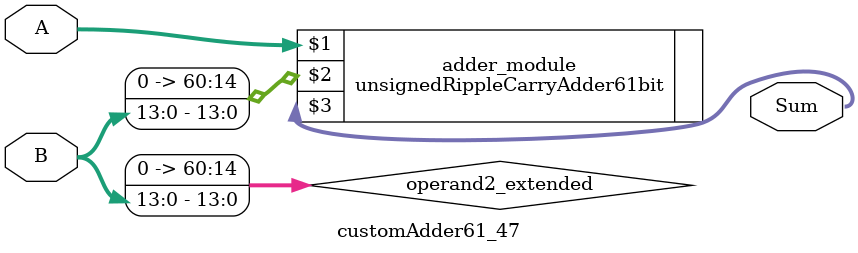
<source format=v>
module customAdder61_47(
                        input [60 : 0] A,
                        input [13 : 0] B,
                        
                        output [61 : 0] Sum
                );

        wire [60 : 0] operand2_extended;
        
        assign operand2_extended =  {47'b0, B};
        
        unsignedRippleCarryAdder61bit adder_module(
            A,
            operand2_extended,
            Sum
        );
        
        endmodule
        
</source>
